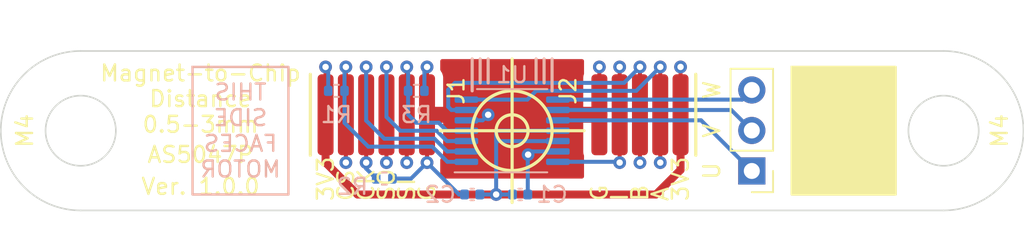
<source format=kicad_pcb>
(kicad_pcb (version 20211014) (generator pcbnew)
  (layers (0 "F.Cu" signal) (31 "B.Cu" signal) (34 "B.Paste" user) (35 "F.Paste" user) (36 "B.SilkS" user "B.Silkscreen") (37 "F.SilkS" user "F.Silkscreen") (38 "B.Mask" user) (39 "F.Mask" user) (44 "Edge.Cuts" user))
  (net 0 "")
  (net 1 "CSn")
  (net 2 "CLK")
  (net 3 "MISO")
  (net 4 "MOSI")
  (net 5 "GND")
  (net 6 "ENC_B")
  (net 7 "ENC_A")
  (net 8 "ENC_W")
  (net 9 "ENC_V")
  (net 10 "ENC_U")
  (net 11 "+3V3")
  (net 12 "ENC_I")
  (footprint "wirepad:WirePad_1x5_P1.27mm_L5.08mm" (layer "F.Cu") (at 158 99 180)
    (fp_text reference "J2" (at 4.5 1.5 90 unlocked) (layer "F.SilkS"))
    (fp_text value "Conn_01x05")
    (fp_line (start -3.4925 -2.54) (end -3.4925 2.54) (layer "F.SilkS") (width 0.2))
    (pad "1" smd roundrect (at -2.54 0 180) (size 1 5.08) (layers "F.Cu" "F.Paste" "F.Mask") (net 11 "+3V3"))
    (pad "2" smd roundrect (at -1.27 0 180) (size 1 5.08) (layers "F.Cu" "F.Paste" "F.Mask") (net 7 "ENC_A"))
    (pad "3" smd roundrect (at 0 0 180) (size 1 5.08) (layers "F.Cu" "F.Paste" "F.Mask") (net 6 "ENC_B"))
    (pad "4" smd roundrect (at 1.27 0 180) (size 1 5.08) (layers "F.Cu" "F.Paste" "F.Mask") (net 12 "ENC_I"))
    (pad "5" smd roundrect (at 2.54 0 180) (size 1 5.08) (layers "F.Cu" "F.Paste" "F.Mask") (net 5 "GND"))
  )
  (footprint "wirepad:WirePad_1x6_P1.27mm_L5.08mm" (layer "F.Cu") (at 141.5 99)
    (fp_text reference "J1" (at 5 -1.5 90 unlocked) (layer "F.SilkS"))
    (fp_text value "Conn_01x06")
    (fp_line (start -4.1275 -2.54) (end -4.1275 2.54) (layer "F.SilkS") (width 0.2))
    (pad "1" smd roundrect (at -3.175 0) (size 1 5.08) (layers "F.Cu" "F.Paste" "F.Mask") (net 11 "+3V3"))
    (pad "2" smd roundrect (at -1.905 0) (size 1 5.08) (layers "F.Cu" "F.Paste" "F.Mask") (net 1 "CSn"))
    (pad "3" smd roundrect (at -0.635 0) (size 1 5.08) (layers "F.Cu" "F.Paste" "F.Mask") (net 2 "CLK"))
    (pad "4" smd roundrect (at 0.635 0) (size 1 5.08) (layers "F.Cu" "F.Paste" "F.Mask") (net 3 "MISO"))
    (pad "5" smd roundrect (at 1.905 0) (size 1 5.08) (layers "F.Cu" "F.Paste" "F.Mask") (net 4 "MOSI"))
    (pad "6" smd roundrect (at 3.175 0) (size 1 5.08) (layers "F.Cu" "F.Paste" "F.Mask") (net 5 "GND"))
  )
  (footprint "Connector_PinHeader_2.54mm:PinHeader_1x03_P2.54mm_Vertical" (layer "F.Cu") (at 165 102.525 180)
    (fp_text reference "J3" hide)
    (fp_text value "Conn_01x03")
    (fp_line (start -1.33 0) (end -1.33 -1.33) (layer "F.SilkS") (width 0.12))
    (fp_line (start -1.33 -1.33) (end 0 -1.33) (layer "F.SilkS") (width 0.12))
    (fp_line (start -1.33 1.27) (end 1.33 1.27) (layer "F.SilkS") (width 0.12))
    (fp_line (start 1.33 1.27) (end 1.33 6.41) (layer "F.SilkS") (width 0.12))
    (fp_line (start -1.33 1.27) (end -1.33 6.41) (layer "F.SilkS") (width 0.12))
    (fp_line (start -1.33 6.41) (end 1.33 6.41) (layer "F.SilkS") (width 0.12))
    (pad "1" thru_hole rect locked (at 0 0 180) (size 1.7 1.7) (drill 1) (layers *.Cu *.Mask) (net 10 "ENC_U"))
    (pad "2" thru_hole oval locked (at 0 2.54 180) (size 1.7 1.7) (drill 1) (layers *.Cu *.Mask) (net 9 "ENC_V"))
    (pad "3" thru_hole oval locked (at 0 5.08 180) (size 1.7 1.7) (drill 1) (layers *.Cu *.Mask) (net 8 "ENC_W"))
  )
  (footprint "Resistor_SMD:R_0402_1005Metric" (layer "B.Cu") (at 144 97.5)
    (fp_text reference "R3" (at 0 1.5) (layer "B.SilkS") (effects (justify mirror)))
    (fp_text value "10k")
    (fp_line (start -0.153641 0.38) (end 0.153641 0.38) (layer "B.SilkS") (width 0.12))
    (fp_line (start -0.153641 -0.38) (end 0.153641 -0.38) (layer "B.SilkS") (width 0.12))
    (pad "1" smd roundrect locked (at -0.51 0) (size 0.54 0.64) (layers "B.Cu" "B.Paste" "B.Mask") (net 4 "MOSI"))
    (pad "2" smd roundrect locked (at 0.51 0) (size 0.54 0.64) (layers "B.Cu" "B.Paste" "B.Mask") (net 5 "GND"))
  )
  (footprint "Capacitor_SMD:C_0402_1005Metric" (layer "B.Cu") (at 147.5 104 180)
    (fp_text reference "C2" (at 2 0) (layer "B.SilkS") (effects (justify mirror)))
    (fp_text value "0.1uF")
    (fp_line (start -0.107836 -0.36) (end 0.107836 -0.36) (layer "B.SilkS") (width 0.12))
    (fp_line (start -0.107836 0.36) (end 0.107836 0.36) (layer "B.SilkS") (width 0.12))
    (pad "1" smd roundrect locked (at -0.48 0 180) (size 0.56 0.62) (layers "B.Cu" "B.Paste" "B.Mask") (net 11 "+3V3"))
    (pad "2" smd roundrect locked (at 0.48 0 180) (size 0.56 0.62) (layers "B.Cu" "B.Paste" "B.Mask") (net 5 "GND"))
  )
  (footprint "Capacitor_SMD:C_0402_1005Metric" (layer "B.Cu") (at 150.5 104)
    (fp_text reference "C1" (at 2 0) (layer "B.SilkS") (effects (justify mirror)))
    (fp_text value "1uF")
    (fp_line (start -0.107836 -0.36) (end 0.107836 -0.36) (layer "B.SilkS") (width 0.12))
    (fp_line (start -0.107836 0.36) (end 0.107836 0.36) (layer "B.SilkS") (width 0.12))
    (pad "1" smd roundrect locked (at -0.48 0) (size 0.56 0.62) (layers "B.Cu" "B.Paste" "B.Mask") (net 11 "+3V3"))
    (pad "2" smd roundrect locked (at 0.48 0) (size 0.56 0.62) (layers "B.Cu" "B.Paste" "B.Mask") (net 5 "GND"))
  )
  (footprint "Package_SO:TSSOP-14_4.4x5mm_P0.65mm" (layer "B.Cu") (at 150 100)
    (fp_text reference "U1" (at 0 -3.5) (layer "B.SilkS") (effects (justify mirror)))
    (fp_text value "AS5047P")
    (fp_line (start 0 -2.61) (end 2.2 -2.61) (layer "B.SilkS") (width 0.12))
    (fp_line (start 0 -2.61) (end -2.2 -2.61) (layer "B.SilkS") (width 0.12))
    (fp_line (start 0 2.61) (end -3.6 2.61) (layer "B.SilkS") (width 0.12))
    (fp_line (start 0 2.61) (end 2.2 2.61) (layer "B.SilkS") (width 0.12))
    (pad "1" smd roundrect locked (at -2.8625 1.95) (size 1.475 0.4) (layers "B.Cu" "B.Paste" "B.Mask") (net 1 "CSn"))
    (pad "2" smd roundrect locked (at -2.8625 1.3) (size 1.475 0.4) (layers "B.Cu" "B.Paste" "B.Mask") (net 2 "CLK"))
    (pad "3" smd roundrect locked (at -2.8625 0.65) (size 1.475 0.4) (layers "B.Cu" "B.Paste" "B.Mask") (net 3 "MISO"))
    (pad "4" smd roundrect locked (at -2.8625 0) (size 1.475 0.4) (layers "B.Cu" "B.Paste" "B.Mask") (net 4 "MOSI"))
    (pad "5" smd roundrect locked (at -2.8625 -0.65) (size 1.475 0.4) (layers "B.Cu" "B.Paste" "B.Mask") (net 5 "GND"))
    (pad "6" smd roundrect locked (at -2.8625 -1.3) (size 1.475 0.4) (layers "B.Cu" "B.Paste" "B.Mask") (net 6 "ENC_B"))
    (pad "7" smd roundrect locked (at -2.8625 -1.95) (size 1.475 0.4) (layers "B.Cu" "B.Paste" "B.Mask") (net 7 "ENC_A"))
    (pad "8" smd roundrect locked (at 2.8625 -1.95) (size 1.475 0.4) (layers "B.Cu" "B.Paste" "B.Mask") (net 8 "ENC_W"))
    (pad "9" smd roundrect locked (at 2.8625 -1.3) (size 1.475 0.4) (layers "B.Cu" "B.Paste" "B.Mask") (net 9 "ENC_V"))
    (pad "10" smd roundrect locked (at 2.8625 -0.65) (size 1.475 0.4) (layers "B.Cu" "B.Paste" "B.Mask") (net 10 "ENC_U"))
    (pad "11" smd roundrect locked (at 2.8625 0) (size 1.475 0.4) (layers "B.Cu" "B.Paste" "B.Mask") (net 11 "+3V3"))
    (pad "12" smd roundrect locked (at 2.8625 0.65) (size 1.475 0.4) (layers "B.Cu" "B.Paste" "B.Mask") (net 11 "+3V3"))
    (pad "13" smd roundrect locked (at 2.8625 1.3) (size 1.475 0.4) (layers "B.Cu" "B.Paste" "B.Mask") (net 5 "GND"))
    (pad "14" smd roundrect locked (at 2.8625 1.95) (size 1.475 0.4) (layers "B.Cu" "B.Paste" "B.Mask") (net 12 "ENC_I"))
  )
  (footprint "Resistor_SMD:R_0402_1005Metric" (layer "B.Cu") (at 142 103)
    (fp_text reference "R2" (at -2 0.5) (layer "B.SilkS") (effects (justify mirror)))
    (fp_text value "10k")
    (fp_line (start -0.153641 -0.38) (end 0.153641 -0.38) (layer "B.SilkS") (width 0.12))
    (fp_line (start -0.153641 0.38) (end 0.153641 0.38) (layer "B.SilkS") (width 0.12))
    (pad "1" smd roundrect locked (at -0.51 0) (size 0.54 0.64) (layers "B.Cu" "B.Paste" "B.Mask") (net 2 "CLK"))
    (pad "2" smd roundrect locked (at 0.51 0) (size 0.54 0.64) (layers "B.Cu" "B.Paste" "B.Mask") (net 5 "GND"))
  )
  (footprint "Resistor_SMD:R_0402_1005Metric" (layer "B.Cu") (at 139 97.5)
    (fp_text reference "R1" (at 0 1.5) (layer "B.SilkS") (effects (justify mirror)))
    (fp_text value "10k")
    (fp_line (start -0.153641 0.38) (end 0.153641 0.38) (layer "B.SilkS") (width 0.12))
    (fp_line (start -0.153641 -0.38) (end 0.153641 -0.38) (layer "B.SilkS") (width 0.12))
    (pad "1" smd roundrect locked (at -0.51 0) (size 0.54 0.64) (layers "B.Cu" "B.Paste" "B.Mask") (net 11 "+3V3"))
    (pad "2" smd roundrect locked (at 0.51 0) (size 0.54 0.64) (layers "B.Cu" "B.Paste" "B.Mask") (net 1 "CSn"))
  )
  (gr_line (start 151.5 95.5) (end 151.5 97) (layer "B.SilkS") (width 0.2))
  (gr_line (start 152 95.5) (end 152 97) (layer "B.SilkS") (width 0.2))
  (gr_line (start 147.5 95.5) (end 147.5 97.5) (layer "B.SilkS") (width 0.2))
  (gr_line (start 148 95.5) (end 148 97) (layer "B.SilkS") (width 0.2))
  (gr_line (start 152.5 95.5) (end 152.5 97.5) (layer "B.SilkS") (width 0.2))
  (gr_line (start 148.5 95.5) (end 148.5 97) (layer "B.SilkS") (width 0.2))
  (gr_rect (start 136 96) (end 130 104) (layer "B.SilkS") (width 0.15) (fill none))
  (gr_line (start 150 95.5) (end 150 104.5) (layer "F.SilkS") (width 0.2))
  (gr_circle (center 150 100) (end 152.5 100) (layer "F.SilkS") (width 0.2) (fill none))
  (gr_rect (start 174 104) (end 167.5 96) (layer "F.SilkS") (width 0.15) (fill solid))
  (gr_line (start 154.5 100) (end 145.5 100) (layer "F.SilkS") (width 0.2))
  (gr_circle (center 150 100) (end 151 100) (layer "F.SilkS") (width 0.2) (fill none))
  (gr_line (start 123 95) (end 177 95) (layer "Edge.Cuts") (width 0.1))
  (gr_line (start 177 105) (end 123 105) (layer "Edge.Cuts") (width 0.1))
  (gr_arc (start 123 105) (mid 118 100) (end 123 95) (layer "Edge.Cuts") (width 0.1))
  (gr_arc (start 177 95) (mid 182 100) (end 177 105) (layer "Edge.Cuts") (width 0.1))
  (gr_circle (center 177 100) (end 179.2 100) (layer "Edge.Cuts") (width 0.1) (fill none))
  (gr_circle (center 123 100) (end 125.2 100) (layer "Edge.Cuts") (width 0.1) (fill none))
  (gr_text "THIS\nSIDE\nFACES\nMOTOR" (at 133 100) (layer "B.SilkS") (effects (font (size 1 1)) (justify mirror)))
  (gr_text "M4" (at 119.5 100 90) (layer "F.SilkS") (effects (font (size 1 1))))
  (gr_text "CS" (at 139.595 104.5 90) (layer "F.SilkS") (effects (font (size 1 1)) (justify left)))
  (gr_text "3V3" (at 138.325 104.5 90) (layer "F.SilkS") (effects (font (size 1 1)) (justify left)))
  (gr_text "AS5047P" (at 130.5 101.5) (layer "F.SilkS") (effects (font (size 1 1))))
  (gr_text "A" (at 159.27 104.5 90) (layer "F.SilkS") (effects (font (size 1 1)) (justify left)))
  (gr_text "CK" (at 140.865 104.5 90) (layer "F.SilkS") (effects (font (size 1 1)) (justify left)))
  (gr_text "V" (at 162.5 100 90) (layer "F.SilkS") (effects (font (size 1 1))))
  (gr_text "G" (at 155.46 104.5 90) (layer "F.SilkS") (effects (font (size 1 1)) (justify left)))
  (gr_text "3V3" (at 160.54 104.5 90) (layer "F.SilkS") (effects (font (size 1 1)) (justify left)))
  (gr_text "G" (at 144.675 104.5 90) (layer "F.SilkS") (effects (font (size 1 1)) (justify left)))
  (gr_text "M4" (at 180.5 100 90) (layer "F.SilkS") (effects (font (size 1 1))))
  (gr_text "SO" (at 142.135 104.5 90) (layer "F.SilkS") (effects (font (size 1 1)) (justify left)))
  (gr_text "B" (at 158 104.5 90) (layer "F.SilkS") (effects (font (size 1 1)) (justify left)))
  (gr_text "W" (at 162.5 97.445 90) (layer "F.SilkS") (effects (font (size 1 1))))
  (gr_text "I" (at 156.73 104.5 90) (layer "F.SilkS") (effects (font (size 1 1)) (justify left)))
  (gr_text "SI" (at 143.405 104.5 90) (layer "F.SilkS") (effects (font (size 1 1)) (justify left)))
  (gr_text "U" (at 162.5 102.525 90) (layer "F.SilkS") (effects (font (size 1 1))))
  (gr_text "Ver. 1.0.0" (at 130.5 103.5) (layer "F.SilkS") (effects (font (size 1 1))))
  (gr_text "Magnet-to-Chip\nDistance\n0.5-3mm" (at 130.5 98) (layer "F.SilkS") (effects (font (size 1 1))))
  (segment (start 139.595 102) (end 139.595 99) (width 0.25) (layer "F.Cu") (net 1))
  (segment (start 139.595 96) (end 139.595 99) (width 0.25) (layer "F.Cu") (net 1))
  (via (at 139.595 96) (size 0.8) (drill 0.4) (layers "F.Cu" "B.Cu") (net 1))
  (via (at 139.595 102) (size 0.8) (drill 0.4) (layers "F.Cu" "B.Cu") (net 1))
  (segment (start 139.51 97.5) (end 139.51 96.085) (width 0.25) (layer "B.Cu") (net 1))
  (segment (start 139.51 96.085) (end 139.595 96) (width 0.25) (layer "B.Cu") (net 1))
  (segment (start 139.51 99.51) (end 139.51 97.5) (width 0.25) (layer "B.Cu") (net 1))
  (segment (start 145.95 101.95) (end 145 101) (width 0.25) (layer "B.Cu") (net 1))
  (segment (start 145 101) (end 141 101) (width 0.25) (layer "B.Cu") (net 1))
  (segment (start 141 101) (end 139.51 99.51) (width 0.25) (layer "B.Cu") (net 1))
  (segment (start 147.1375 101.95) (end 145.95 101.95) (width 0.25) (layer "B.Cu") (net 1))
  (segment (start 140.865 102) (end 140.865 99) (width 0.25) (layer "F.Cu") (net 2))
  (segment (start 140.865 96) (end 140.865 99) (width 0.25) (layer "F.Cu") (net 2))
  (via (at 140.865 96) (size 0.8) (drill 0.4) (layers "F.Cu" "B.Cu") (net 2))
  (via (at 140.865 102) (size 0.8) (drill 0.4) (layers "F.Cu" "B.Cu") (net 2))
  (segment (start 140.865 99.365) (end 140.865 96) (width 0.25) (layer "B.Cu") (net 2))
  (segment (start 147.1375 101.3) (end 145.935718 101.3) (width 0.25) (layer "B.Cu") (net 2))
  (segment (start 140.865 102) (end 140.865 102.375) (width 0.25) (layer "B.Cu") (net 2))
  (segment (start 142 100.5) (end 140.865 99.365) (width 0.25) (layer "B.Cu") (net 2))
  (segment (start 140.865 102.375) (end 141.49 103) (width 0.25) (layer "B.Cu") (net 2))
  (segment (start 145.135718 100.5) (end 142 100.5) (width 0.25) (layer "B.Cu") (net 2))
  (segment (start 145.935718 101.3) (end 145.135718 100.5) (width 0.25) (layer "B.Cu") (net 2))
  (segment (start 142.135 96) (end 142.135 99) (width 0.25) (layer "F.Cu") (net 3))
  (segment (start 142.135 102) (end 142.135 99) (width 0.25) (layer "F.Cu") (net 3))
  (via (at 142.135 96) (size 0.8) (drill 0.4) (layers "F.Cu" "B.Cu") (net 3))
  (via (at 142.135 102) (size 0.8) (drill 0.4) (layers "F.Cu" "B.Cu") (net 3))
  (segment (start 145.921436 100.65) (end 145.271436 100) (width 0.25) (layer "B.Cu") (net 3))
  (segment (start 142.135 99.135) (end 142.135 96) (width 0.25) (layer "B.Cu") (net 3))
  (segment (start 145.271436 100) (end 143 100) (width 0.25) (layer "B.Cu") (net 3))
  (segment (start 147.1375 100.65) (end 145.921436 100.65) (width 0.25) (layer "B.Cu") (net 3))
  (segment (start 143 100) (end 142.135 99.135) (width 0.25) (layer "B.Cu") (net 3))
  (segment (start 143.405 99) (end 143.405 96) (width 0.25) (layer "F.Cu") (net 4))
  (segment (start 143.405 99) (end 143.405 102) (width 0.25) (layer "F.Cu") (net 4))
  (via (at 143.405 102) (size 0.8) (drill 0.4) (layers "F.Cu" "B.Cu") (net 4))
  (via (at 143.405 96) (size 0.8) (drill 0.4) (layers "F.Cu" "B.Cu") (net 4))
  (segment (start 143.49 98.99) (end 143.49 97.5) (width 0.25) (layer "B.Cu") (net 4))
  (segment (start 147.1375 100) (end 145.907154 100) (width 0.25) (layer "B.Cu") (net 4))
  (segment (start 143.49 97.5) (end 143.49 96.085) (width 0.25) (layer "B.Cu") (net 4))
  (segment (start 143.49 96.085) (end 143.405 96) (width 0.25) (layer "B.Cu") (net 4))
  (segment (start 144 99.5) (end 143.49 98.99) (width 0.25) (layer "B.Cu") (net 4))
  (segment (start 145.907154 100) (end 145.407154 99.5) (width 0.25) (layer "B.Cu") (net 4))
  (segment (start 145.407154 99.5) (end 144 99.5) (width 0.25) (layer "B.Cu") (net 4))
  (segment (start 155.46 99) (end 155.46 96) (width 0.25) (layer "F.Cu") (net 5))
  (segment (start 155.46 99) (end 154 99) (width 1) (layer "F.Cu") (net 5))
  (segment (start 144.675 96) (end 144.675 99) (width 0.25) (layer "F.Cu") (net 5))
  (segment (start 144.675 102) (end 144.675 99) (width 0.25) (layer "F.Cu") (net 5))
  (segment (start 144.675 99) (end 146 99) (width 1) (layer "F.Cu") (net 5))
  (via (at 144.675 96) (size 0.8) (drill 0.4) (layers "F.Cu" "B.Cu") (net 5))
  (via (at 148.5 99) (size 0.8) (drill 0.4) (layers "F.Cu" "B.Cu") (net 5))
  (via (at 144.675 102) (size 0.8) (drill 0.4) (layers "F.Cu" "B.Cu") (net 5))
  (via (at 155.46 96) (size 0.8) (drill 0.4) (layers "F.Cu" "B.Cu") (net 5))
  (via (at 151 101.5) (size 0.8) (drill 0.4) (layers "F.Cu" "B.Cu") (net 5))
  (segment (start 152.8625 101.3) (end 151.2 101.3) (width 0.25) (layer "B.Cu") (net 5))
  (segment (start 144.51 96.165) (end 144.51 97.5) (width 0.25) (layer "B.Cu") (net 5))
  (segment (start 144.675 96) (end 144.51 96.165) (width 0.25) (layer "B.Cu") (net 5))
  (segment (start 148.5 99) (end 148.15 99.35) (width 0.25) (layer "B.Cu") (net 5))
  (segment (start 146.675 104) (end 144.675 102) (width 0.25) (layer "B.Cu") (net 5))
  (segment (start 147.02 104) (end 146.675 104) (width 0.25) (layer "B.Cu") (net 5))
  (segment (start 143.675 103) (end 144.675 102) (width 0.25) (layer "B.Cu") (net 5))
  (segment (start 151.2 101.3) (end 151 101.5) (width 0.25) (layer "B.Cu") (net 5))
  (segment (start 150.98 101.52) (end 151 101.5) (width 0.25) (layer "B.Cu") (net 5))
  (segment (start 142.51 103) (end 143.675 103) (width 0.25) (layer "B.Cu") (net 5))
  (segment (start 148.15 99.35) (end 147.1375 99.35) (width 0.25) (layer "B.Cu") (net 5))
  (segment (start 150.98 104) (end 150.98 101.52) (width 0.25) (layer "B.Cu") (net 5))
  (segment (start 158 99) (end 158 102) (width 0.25) (layer "F.Cu") (net 6))
  (segment (start 158 99) (end 158 96) (width 0.25) (layer "F.Cu") (net 6))
  (via (at 158 96) (size 0.8) (drill 0.4) (layers "F.Cu" "B.Cu") (net 6))
  (via (at 158 102) (size 0.8) (drill 0.4) (layers "F.Cu" "B.Cu") (net 6))
  (segment (start 146 98.5) (end 146.2 98.7) (width 0.25) (layer "B.Cu") (net 6))
  (segment (start 146.423434 97) (end 146 97.423434) (width 0.25) (layer "B.Cu") (net 6))
  (segment (start 146 97.423434) (end 146 98.5) (width 0.25) (layer "B.Cu") (net 6))
  (segment (start 158 96) (end 157 97) (width 0.25) (layer "B.Cu") (net 6))
  (segment (start 157 97) (end 146.423434 97) (width 0.25) (layer "B.Cu") (net 6))
  (segment (start 146.2 98.7) (end 147.1375 98.7) (width 0.25) (layer "B.Cu") (net 6))
  (segment (start 159.27 99) (end 159.27 96) (width 0.25) (layer "F.Cu") (net 7))
  (segment (start 159.27 99) (end 159.27 102) (width 0.25) (layer "F.Cu") (net 7))
  (via (at 159.27 102) (size 0.8) (drill 0.4) (layers "F.Cu" "B.Cu") (net 7))
  (via (at 159.27 96) (size 0.8) (drill 0.4) (layers "F.Cu" "B.Cu") (net 7))
  (segment (start 147.1375 98.05) (end 150.95 98.05) (width 0.25) (layer "B.Cu") (net 7))
  (segment (start 150.95 98.05) (end 151.5 97.5) (width 0.25) (layer "B.Cu") (net 7))
  (segment (start 151.5 97.5) (end 157.77 97.5) (width 0.25) (layer "B.Cu") (net 7))
  (segment (start 157.77 97.5) (end 159.27 96) (width 0.25) (layer "B.Cu") (net 7))
  (segment (start 152.8625 98.05) (end 164.395 98.05) (width 0.25) (layer "B.Cu") (net 8))
  (segment (start 164.395 98.05) (end 165 97.445) (width 0.25) (layer "B.Cu") (net 8))
  (segment (start 163.715 98.7) (end 165 99.985) (width 0.25) (layer "B.Cu") (net 9))
  (segment (start 152.8625 98.7) (end 163.715 98.7) (width 0.25) (layer "B.Cu") (net 9))
  (segment (start 161.825 99.35) (end 165 102.525) (width 0.25) (layer "B.Cu") (net 10))
  (segment (start 152.8625 99.35) (end 161.825 99.35) (width 0.25) (layer "B.Cu") (net 10))
  (segment (start 159 104) (end 160.54 102.46) (width 0.5) (layer "F.Cu") (net 11))
  (segment (start 149 104) (end 140.325 104) (width 0.5) (layer "F.Cu") (net 11))
  (segment (start 138.325 96) (end 138.325 99) (width 0.25) (layer "F.Cu") (net 11))
  (segment (start 160.54 102.46) (end 160.54 99) (width 0.5) (layer "F.Cu") (net 11))
  (segment (start 140.325 104) (end 138.325 102) (width 0.5) (layer "F.Cu") (net 11))
  (segment (start 149 104) (end 159 104) (width 0.5) (layer "F.Cu") (net 11))
  (segment (start 160.54 96) (end 160.54 99) (width 0.25) (layer "F.Cu") (net 11))
  (segment (start 138.325 102) (end 138.325 99) (width 0.5) (layer "F.Cu") (net 11))
  (via (at 149 104) (size 0.8) (drill 0.4) (layers "F.Cu" "B.Cu") (net 11))
  (via (at 138.325 96) (size 0.8) (drill 0.4) (layers "F.Cu" "B.Cu") (net 11))
  (via (at 160.54 96) (size 0.8) (drill 0.4) (layers "F.Cu" "B.Cu") (net 11))
  (segment (start 149 100) (end 149 104) (width 0.25) (layer "B.Cu") (net 11))
  (segment (start 138.49 97.5) (end 138.49 96.165) (width 0.25) (layer "B.Cu") (net 11))
  (segment (start 152.8625 100.65) (end 149 100.65) (width 0.25) (layer "B.Cu") (net 11))
  (segment (start 138.49 96.165) (end 138.325 96) (width 0.25) (layer "B.Cu") (net 11))
  (segment (start 147.98 104) (end 149 104) (width 0.25) (layer "B.Cu") (net 11))
  (segment (start 149 104) (end 150.02 104) (width 0.25) (layer "B.Cu") (net 11))
  (segment (start 152.8625 100) (end 149 100) (width 0.25) (layer "B.Cu") (net 11))
  (segment (start 156.73 99) (end 156.73 102) (width 0.25) (layer "F.Cu") (net 12))
  (segment (start 156.73 96) (end 156.73 99) (width 0.25) (layer "F.Cu") (net 12))
  (via (at 156.73 96) (size 0.8) (drill 0.4) (layers "F.Cu" "B.Cu") (net 12))
  (via (at 156.73 102) (size 0.8) (drill 0.4) (layers "F.Cu" "B.Cu") (net 12))
  (segment (start 156.68 101.95) (end 156.73 102) (width 0.25) (layer "B.Cu") (net 12))
  (segment (start 152.8625 101.95) (end 156.68 101.95) (width 0.25) (layer "B.Cu") (net 12))
  (zone (net 5) (net_name "GND") (layer "F.Cu") (connect_pads (clearance 0.508)) (min_thickness 0.254) (fill yes (thermal_gap 0.508) (thermal_bridge_width 0.508))
    (polygon (pts (xy 154.5 103) (xy 145.5 103) (xy 145.5 95.5) (xy 154.5 95.5)))
  )
)
</source>
